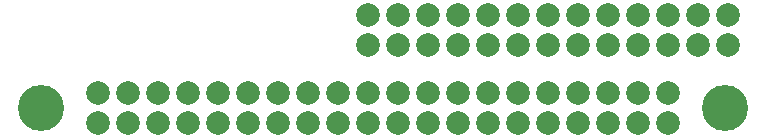
<source format=gbr>
G04 #@! TF.GenerationSoftware,KiCad,Pcbnew,5.0.0+dfsg1-2*
G04 #@! TF.CreationDate,2018-09-04T12:21:54+01:00*
G04 #@! TF.ProjectId,zero_boot_screen,7A65726F5F626F6F745F73637265656E,rev?*
G04 #@! TF.SameCoordinates,Original*
G04 #@! TF.FileFunction,Soldermask,Bot*
G04 #@! TF.FilePolarity,Negative*
%FSLAX46Y46*%
G04 Gerber Fmt 4.6, Leading zero omitted, Abs format (unit mm)*
G04 Created by KiCad (PCBNEW 5.0.0+dfsg1-2) date Tue Sep  4 12:21:54 2018*
%MOMM*%
%LPD*%
G01*
G04 APERTURE LIST*
%ADD10C,2.000000*%
%ADD11C,3.900000*%
G04 APERTURE END LIST*
D10*
G04 #@! TO.C,U2*
X149860000Y-103632000D03*
X149860000Y-106172000D03*
X152400000Y-103632000D03*
X154940000Y-103632000D03*
X157480000Y-103632000D03*
X160020000Y-103632000D03*
X162560000Y-103632000D03*
X165100000Y-103632000D03*
X167640000Y-103632000D03*
X170180000Y-103632000D03*
X172720000Y-103632000D03*
X152400000Y-106172000D03*
X154940000Y-106172000D03*
X157480000Y-106172000D03*
X160020000Y-106172000D03*
X162560000Y-106172000D03*
X165100000Y-106172000D03*
X167640000Y-106172000D03*
X170180000Y-106172000D03*
X172720000Y-106172000D03*
X147320000Y-103632000D03*
X147320000Y-106172000D03*
X144780000Y-103632000D03*
X144780000Y-106172000D03*
X142240000Y-103632000D03*
X142240000Y-106172000D03*
X139700000Y-103632000D03*
X139700000Y-106172000D03*
X137160000Y-103632000D03*
X137160000Y-106172000D03*
X134620000Y-103632000D03*
X134620000Y-106172000D03*
X132080000Y-103632000D03*
X132080000Y-106172000D03*
X129540000Y-103632000D03*
X129540000Y-106172000D03*
X127000000Y-103632000D03*
X127000000Y-106172000D03*
X124460000Y-103632000D03*
X124460000Y-106172000D03*
G04 #@! TD*
G04 #@! TO.C,U1*
X154940000Y-97028000D03*
X154940000Y-99568000D03*
X157480000Y-97028000D03*
X160020000Y-97028000D03*
X162560000Y-97028000D03*
X165100000Y-97028000D03*
X167640000Y-97028000D03*
X170180000Y-97028000D03*
X172720000Y-97028000D03*
X175260000Y-97028000D03*
X177800000Y-97028000D03*
X157480000Y-99568000D03*
X160020000Y-99568000D03*
X162560000Y-99568000D03*
X165100000Y-99568000D03*
X167640000Y-99568000D03*
X170180000Y-99568000D03*
X172720000Y-99568000D03*
X175260000Y-99568000D03*
X177800000Y-99568000D03*
X152400000Y-97028000D03*
X152400000Y-99568000D03*
X149860000Y-97028000D03*
X149860000Y-99568000D03*
X147320000Y-97028000D03*
X147320000Y-99568000D03*
G04 #@! TD*
D11*
G04 #@! TO.C,U3*
X177546000Y-104902000D03*
G04 #@! TD*
G04 #@! TO.C,U4*
X119634000Y-104902000D03*
G04 #@! TD*
M02*

</source>
